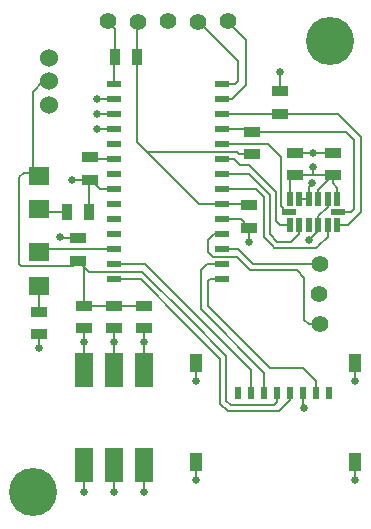
<source format=gtl>
G04 (created by PCBNEW (2013-07-07 BZR 4022)-stable) date 7/21/2013 7:03:44 PM*
%MOIN*%
G04 Gerber Fmt 3.4, Leading zero omitted, Abs format*
%FSLAX34Y34*%
G01*
G70*
G90*
G04 APERTURE LIST*
%ADD10C,0.00590551*%
%ADD11R,0.0236X0.0413*%
%ADD12R,0.0413X0.0591*%
%ADD13R,0.0590551X0.11811*%
%ADD14C,0.055*%
%ADD15R,0.0217X0.0451*%
%ADD16R,0.0451X0.0217*%
%ADD17R,0.0709X0.0629*%
%ADD18R,0.055X0.035*%
%ADD19C,0.16*%
%ADD20R,0.035X0.055*%
%ADD21R,0.05X0.02*%
%ADD22C,0.06*%
%ADD23C,0.025*%
%ADD24C,0.008*%
G04 APERTURE END LIST*
G54D10*
G54D11*
X42152Y-43922D03*
X42585Y-43922D03*
X43018Y-43922D03*
X43451Y-43922D03*
X43884Y-43922D03*
X44317Y-43922D03*
X44750Y-43922D03*
X45183Y-43922D03*
G54D12*
X40752Y-42926D03*
X46048Y-42926D03*
X40752Y-46233D03*
X46048Y-46233D03*
G54D13*
X37000Y-43155D03*
X38000Y-43155D03*
X39000Y-43155D03*
X39000Y-46344D03*
X38000Y-46344D03*
X37000Y-46344D03*
G54D14*
X44874Y-41650D03*
X44826Y-40650D03*
X44874Y-39650D03*
G54D15*
X45437Y-37468D03*
X45122Y-37468D03*
X44807Y-37468D03*
X44493Y-37468D03*
X44178Y-37468D03*
X43863Y-37468D03*
G54D16*
X43824Y-37900D03*
G54D15*
X43863Y-38332D03*
X44178Y-38332D03*
X44493Y-38332D03*
X44807Y-38332D03*
X45122Y-38332D03*
X45437Y-38332D03*
G54D16*
X45476Y-37900D03*
G54D14*
X37800Y-31526D03*
X38800Y-31574D03*
X39800Y-31526D03*
X40800Y-31574D03*
X41800Y-31526D03*
G54D17*
X35500Y-36691D03*
X35500Y-37809D03*
X35500Y-39241D03*
X35500Y-40359D03*
G54D18*
X36800Y-39525D03*
X36800Y-38775D03*
X37000Y-41025D03*
X37000Y-41775D03*
X38000Y-41025D03*
X38000Y-41775D03*
X39000Y-41025D03*
X39000Y-41775D03*
G54D19*
X45200Y-32200D03*
X35300Y-47250D03*
G54D20*
X38775Y-32750D03*
X38025Y-32750D03*
X36425Y-37900D03*
X37175Y-37900D03*
G54D18*
X35500Y-41975D03*
X35500Y-41225D03*
X42600Y-35975D03*
X42600Y-35225D03*
X43550Y-33875D03*
X43550Y-34625D03*
X42500Y-37675D03*
X42500Y-38425D03*
X37200Y-36075D03*
X37200Y-36825D03*
X45300Y-36675D03*
X45300Y-35925D03*
X44050Y-36675D03*
X44050Y-35925D03*
G54D21*
X38000Y-33650D03*
X38000Y-34150D03*
X38000Y-34650D03*
X38000Y-35150D03*
X38000Y-35650D03*
X38000Y-36150D03*
X38000Y-36650D03*
X38000Y-37150D03*
X38000Y-37650D03*
X38000Y-38150D03*
X38000Y-38650D03*
X38000Y-39150D03*
X38000Y-39650D03*
X38000Y-40150D03*
X41600Y-40150D03*
X41600Y-39650D03*
X41600Y-39150D03*
X41600Y-38650D03*
X41600Y-38150D03*
X41600Y-37650D03*
X41600Y-37150D03*
X41600Y-36650D03*
X41600Y-36150D03*
X41600Y-35650D03*
X41600Y-35150D03*
X41600Y-34650D03*
X41600Y-34150D03*
X41600Y-33650D03*
G54D22*
X35850Y-34337D03*
X35850Y-33550D03*
X35850Y-32763D03*
G54D23*
X44650Y-36400D03*
X43550Y-33250D03*
X37000Y-42250D03*
X37450Y-34150D03*
X38000Y-42250D03*
X37450Y-34650D03*
X39000Y-42250D03*
X37450Y-35150D03*
X36200Y-38750D03*
X44500Y-38850D03*
X39000Y-47250D03*
X38000Y-47250D03*
X37000Y-47250D03*
X36600Y-36850D03*
X35500Y-42450D03*
X44325Y-44450D03*
X46050Y-46850D03*
X46050Y-43525D03*
X40750Y-43550D03*
X40750Y-46825D03*
X42500Y-38900D03*
X44600Y-36950D03*
X44650Y-35925D03*
G54D24*
X38950Y-39900D02*
X37175Y-39900D01*
X43451Y-43922D02*
X43451Y-44249D01*
X41750Y-42700D02*
X40500Y-41450D01*
X41750Y-44200D02*
X41750Y-42700D01*
X41900Y-44350D02*
X41750Y-44200D01*
X43350Y-44350D02*
X41900Y-44350D01*
X43451Y-44249D02*
X43350Y-44350D01*
X40500Y-41450D02*
X38950Y-39900D01*
X37175Y-39900D02*
X36800Y-39525D01*
X34900Y-39700D02*
X36625Y-39700D01*
X35650Y-33550D02*
X35300Y-33900D01*
X35300Y-33900D02*
X35300Y-36400D01*
X35300Y-36400D02*
X35500Y-36600D01*
X35850Y-33550D02*
X35650Y-33550D01*
X35000Y-36600D02*
X34850Y-36750D01*
X34850Y-36750D02*
X34850Y-39650D01*
X34850Y-39650D02*
X34900Y-39700D01*
X35500Y-36600D02*
X35000Y-36600D01*
X36625Y-39700D02*
X36800Y-39525D01*
X37000Y-41025D02*
X37000Y-39725D01*
X37000Y-39725D02*
X36800Y-39525D01*
X44650Y-36400D02*
X44650Y-36675D01*
X44000Y-36675D02*
X44650Y-36675D01*
X43863Y-36812D02*
X44000Y-36675D01*
X43863Y-37468D02*
X43863Y-36812D01*
X42600Y-35975D02*
X42175Y-35975D01*
X42100Y-35900D02*
X39100Y-35900D01*
X42175Y-35975D02*
X42100Y-35900D01*
X38775Y-32750D02*
X38775Y-35575D01*
X38775Y-35575D02*
X39100Y-35900D01*
X40850Y-37650D02*
X41600Y-37650D01*
X39100Y-35900D02*
X40850Y-37650D01*
X43550Y-33250D02*
X43550Y-33875D01*
X37000Y-40100D02*
X37000Y-41025D01*
X38000Y-41025D02*
X39000Y-41025D01*
X37000Y-41025D02*
X38000Y-41025D01*
X38775Y-32750D02*
X38775Y-31551D01*
X44650Y-36675D02*
X45300Y-36675D01*
X41600Y-37650D02*
X42475Y-37650D01*
X42475Y-37650D02*
X42500Y-37675D01*
X44807Y-37468D02*
X44807Y-37168D01*
X44807Y-37168D02*
X45300Y-36675D01*
X45300Y-36675D02*
X45300Y-36950D01*
X45300Y-36950D02*
X45437Y-37087D01*
X45437Y-37087D02*
X45437Y-37468D01*
X38775Y-31551D02*
X38800Y-31526D01*
X43824Y-37900D02*
X43750Y-37900D01*
X43150Y-35650D02*
X41600Y-35650D01*
X43560Y-36060D02*
X43150Y-35650D01*
X43560Y-37710D02*
X43560Y-36060D01*
X43750Y-37900D02*
X43560Y-37710D01*
X38000Y-39650D02*
X39050Y-39650D01*
X42585Y-43185D02*
X40700Y-41300D01*
X42585Y-43185D02*
X42585Y-43922D01*
X39050Y-39650D02*
X40700Y-41300D01*
X43863Y-38332D02*
X43532Y-38332D01*
X42000Y-36150D02*
X41600Y-36150D01*
X42200Y-36350D02*
X42000Y-36150D01*
X42500Y-36350D02*
X42200Y-36350D01*
X43400Y-37250D02*
X42500Y-36350D01*
X43400Y-38200D02*
X43400Y-37250D01*
X43532Y-38332D02*
X43400Y-38200D01*
X44178Y-38332D02*
X44178Y-38622D01*
X42500Y-36650D02*
X41600Y-36650D01*
X43200Y-37350D02*
X42500Y-36650D01*
X43200Y-38650D02*
X43200Y-37350D01*
X43450Y-38900D02*
X43200Y-38650D01*
X43900Y-38900D02*
X43450Y-38900D01*
X44178Y-38622D02*
X43900Y-38900D01*
X38025Y-32750D02*
X38025Y-31799D01*
X38000Y-33650D02*
X38000Y-32775D01*
X38000Y-32775D02*
X38025Y-32750D01*
X38025Y-31799D02*
X37800Y-31574D01*
X44750Y-43922D02*
X44750Y-43550D01*
X41200Y-40150D02*
X41600Y-40150D01*
X41150Y-40200D02*
X41200Y-40150D01*
X41150Y-41050D02*
X41150Y-40200D01*
X43200Y-43100D02*
X41150Y-41050D01*
X44300Y-43100D02*
X43200Y-43100D01*
X44750Y-43550D02*
X44300Y-43100D01*
X43018Y-43922D02*
X43018Y-43268D01*
X41100Y-39650D02*
X41600Y-39650D01*
X40900Y-39850D02*
X41100Y-39650D01*
X40900Y-41150D02*
X40900Y-39850D01*
X43018Y-43268D02*
X40900Y-41150D01*
X42400Y-32174D02*
X41800Y-31574D01*
X42400Y-33675D02*
X42400Y-32174D01*
X41600Y-34150D02*
X41925Y-34150D01*
X41925Y-34150D02*
X42400Y-33675D01*
X42150Y-32876D02*
X40800Y-31526D01*
X42150Y-33525D02*
X42150Y-32876D01*
X41600Y-33650D02*
X42025Y-33650D01*
X42025Y-33650D02*
X42150Y-33525D01*
X37450Y-34150D02*
X38000Y-34150D01*
X37000Y-43155D02*
X37000Y-42250D01*
X37000Y-42250D02*
X37000Y-41775D01*
X37450Y-34650D02*
X38000Y-34650D01*
X38000Y-43155D02*
X38000Y-42250D01*
X38000Y-42250D02*
X38000Y-41775D01*
X41600Y-38650D02*
X41350Y-38650D01*
X44500Y-41650D02*
X44850Y-41650D01*
X44350Y-41500D02*
X44500Y-41650D01*
X44350Y-40100D02*
X44350Y-41500D01*
X44100Y-39850D02*
X44350Y-40100D01*
X42550Y-39850D02*
X44100Y-39850D01*
X42100Y-39400D02*
X42550Y-39850D01*
X41300Y-39400D02*
X42100Y-39400D01*
X41150Y-39250D02*
X41300Y-39400D01*
X41150Y-38850D02*
X41150Y-39250D01*
X41350Y-38650D02*
X41150Y-38850D01*
X45476Y-37900D02*
X45900Y-37900D01*
X45725Y-35225D02*
X42600Y-35225D01*
X46000Y-35500D02*
X45725Y-35225D01*
X46000Y-37800D02*
X46000Y-35500D01*
X45900Y-37900D02*
X46000Y-37800D01*
X41600Y-35150D02*
X42525Y-35150D01*
X42525Y-35150D02*
X42600Y-35225D01*
X38000Y-40150D02*
X38900Y-40150D01*
X43884Y-44166D02*
X43500Y-44550D01*
X43500Y-44550D02*
X41800Y-44550D01*
X41800Y-44550D02*
X41550Y-44300D01*
X41550Y-44300D02*
X41550Y-42800D01*
X41550Y-42800D02*
X40350Y-41600D01*
X43884Y-44166D02*
X43884Y-43922D01*
X38900Y-40150D02*
X40350Y-41600D01*
X41600Y-34650D02*
X43525Y-34650D01*
X43525Y-34650D02*
X43550Y-34625D01*
X45800Y-38332D02*
X45818Y-38332D01*
X45818Y-38332D02*
X46250Y-37900D01*
X45475Y-34625D02*
X43550Y-34625D01*
X46250Y-35400D02*
X45475Y-34625D01*
X46250Y-37900D02*
X46250Y-35400D01*
X45437Y-38332D02*
X45800Y-38332D01*
X44800Y-39050D02*
X44750Y-39100D01*
X44800Y-39050D02*
X45122Y-38728D01*
X45122Y-38332D02*
X45122Y-38728D01*
X42750Y-37150D02*
X41600Y-37150D01*
X43000Y-38750D02*
X43300Y-39050D01*
X43000Y-37400D02*
X43000Y-38750D01*
X42750Y-37150D02*
X43000Y-37400D01*
X43350Y-39100D02*
X43300Y-39050D01*
X44750Y-39100D02*
X43350Y-39100D01*
X37450Y-35150D02*
X38000Y-35150D01*
X39000Y-43155D02*
X39000Y-42250D01*
X39000Y-42250D02*
X39000Y-41775D01*
X41600Y-39150D02*
X42150Y-39150D01*
X42650Y-39650D02*
X44850Y-39650D01*
X42150Y-39150D02*
X42650Y-39650D01*
X36800Y-38775D02*
X36225Y-38775D01*
X36225Y-38775D02*
X36200Y-38750D01*
X44000Y-35925D02*
X44650Y-35925D01*
X44807Y-38332D02*
X44807Y-38543D01*
X44807Y-38543D02*
X44500Y-38850D01*
X44807Y-38332D02*
X44807Y-38043D01*
X45122Y-37728D02*
X45122Y-37468D01*
X44807Y-38043D02*
X45122Y-37728D01*
X39000Y-46344D02*
X39000Y-47250D01*
X38000Y-46344D02*
X38000Y-47250D01*
X37000Y-46344D02*
X37000Y-47250D01*
X37200Y-36825D02*
X36625Y-36825D01*
X36625Y-36825D02*
X36600Y-36850D01*
X37175Y-37900D02*
X37175Y-36850D01*
X37175Y-36850D02*
X37200Y-36825D01*
X35500Y-41975D02*
X35500Y-42450D01*
X44317Y-43922D02*
X44317Y-44442D01*
X44317Y-44442D02*
X44325Y-44450D01*
X46048Y-46233D02*
X46048Y-46848D01*
X46048Y-46848D02*
X46050Y-46850D01*
X46048Y-42926D02*
X46048Y-43523D01*
X46048Y-43523D02*
X46050Y-43525D01*
X40752Y-42926D02*
X40752Y-43548D01*
X40752Y-43548D02*
X40750Y-43550D01*
X40752Y-46233D02*
X40752Y-46823D01*
X40752Y-46823D02*
X40750Y-46825D01*
X38000Y-37150D02*
X37525Y-37150D01*
X37525Y-37150D02*
X37200Y-36825D01*
X42500Y-38425D02*
X42500Y-38900D01*
X41600Y-38150D02*
X42225Y-38150D01*
X42225Y-38150D02*
X42500Y-38425D01*
X44493Y-37468D02*
X44493Y-37057D01*
X44493Y-37057D02*
X44600Y-36950D01*
X44650Y-35925D02*
X45300Y-35925D01*
X44178Y-37468D02*
X44493Y-37468D01*
X38000Y-36150D02*
X37275Y-36150D01*
X37275Y-36150D02*
X37200Y-36075D01*
X38000Y-39150D02*
X35500Y-39150D01*
X35500Y-37900D02*
X36425Y-37900D01*
X35500Y-41225D02*
X35500Y-40450D01*
M02*

</source>
